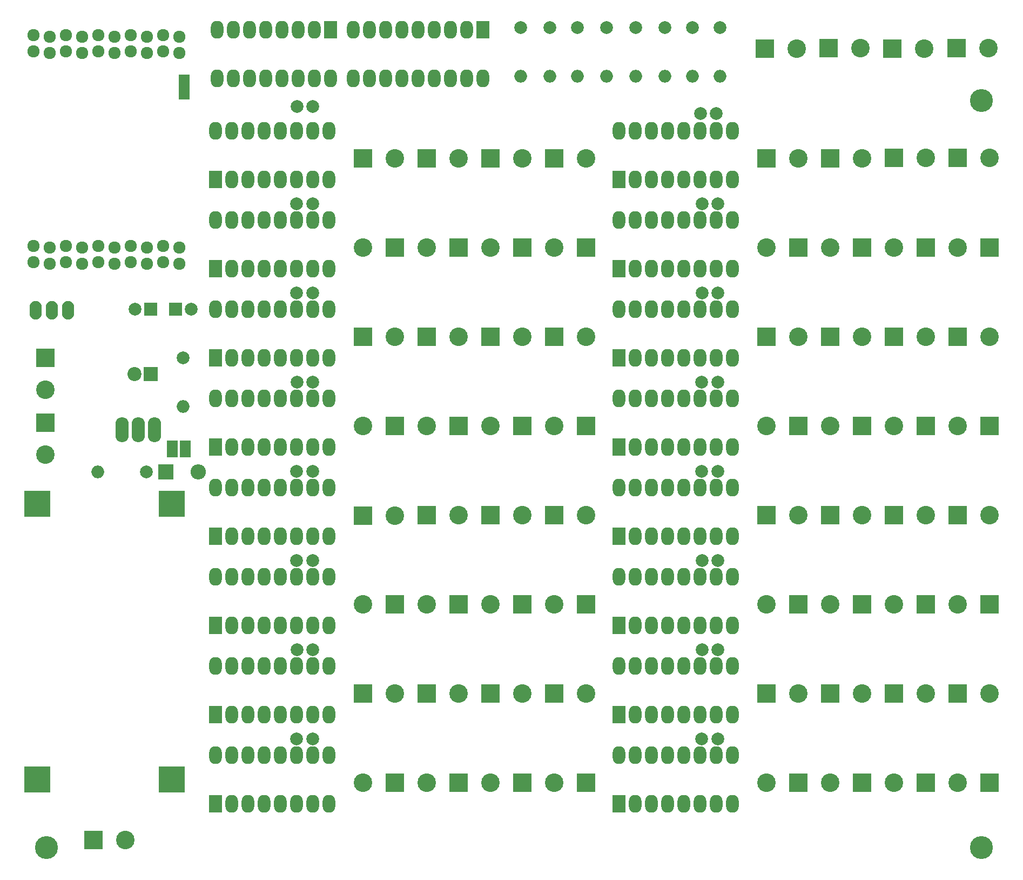
<source format=gts>
G04 #@! TF.GenerationSoftware,KiCad,Pcbnew,no-vcs-found-08c4a0b~58~ubuntu16.04.1*
G04 #@! TF.CreationDate,2017-08-29T22:18:21+03:00*
G04 #@! TF.ProjectId,ND-03,4E442D30332E6B696361645F70636200,1*
G04 #@! TF.SameCoordinates,Original
G04 #@! TF.FileFunction,Soldermask,Top*
G04 #@! TF.FilePolarity,Negative*
%FSLAX46Y46*%
G04 Gerber Fmt 4.6, Leading zero omitted, Abs format (unit mm)*
G04 Created by KiCad (PCBNEW no-vcs-found-08c4a0b~58~ubuntu16.04.1) date Tue Aug 29 22:18:21 2017*
%MOMM*%
%LPD*%
G01*
G04 APERTURE LIST*
%ADD10C,3.600000*%
%ADD11C,2.000000*%
%ADD12O,2.000000X2.000000*%
%ADD13R,1.670000X1.370000*%
%ADD14R,2.400000X2.400000*%
%ADD15O,2.400000X2.400000*%
%ADD16O,2.099260X3.900120*%
%ADD17R,2.900000X2.900000*%
%ADD18C,2.900000*%
%ADD19O,2.000000X2.800000*%
%ADD20R,2.000000X2.800000*%
%ADD21O,1.901140X2.899360*%
%ADD22R,2.000000X2.000000*%
%ADD23R,2.200000X2.200000*%
%ADD24C,2.200000*%
%ADD25C,1.924000*%
%ADD26R,4.083000X4.083000*%
G04 APERTURE END LIST*
D10*
X169000000Y-45000000D03*
X169000000Y-162000000D03*
X22500000Y-162000000D03*
D11*
X38100000Y-103124000D03*
D12*
X30480000Y-103124000D03*
D13*
X44196000Y-100208000D03*
X44196000Y-98928000D03*
X42164000Y-98928000D03*
X42164000Y-100208000D03*
D14*
X41148000Y-103124000D03*
D15*
X46228000Y-103124000D03*
D16*
X36830000Y-96520000D03*
X34290000Y-96520000D03*
X39370000Y-96520000D03*
D12*
X96774000Y-41148000D03*
D11*
X96774000Y-33528000D03*
X101346000Y-33528000D03*
D12*
X101346000Y-41148000D03*
X105664000Y-41148000D03*
D11*
X105664000Y-33528000D03*
X110236000Y-33528000D03*
D12*
X110236000Y-41148000D03*
X114808000Y-41148000D03*
D11*
X114808000Y-33528000D03*
X119380000Y-33528000D03*
D12*
X119380000Y-41148000D03*
X123698000Y-41148000D03*
D11*
X123698000Y-33528000D03*
X128016000Y-33528000D03*
D12*
X128016000Y-41148000D03*
D17*
X72047000Y-109982000D03*
D18*
X77047000Y-109982000D03*
D19*
X112226000Y-63740000D03*
X130006000Y-71360000D03*
X114766000Y-63740000D03*
X127466000Y-71360000D03*
X117306000Y-63740000D03*
X124926000Y-71360000D03*
X119846000Y-63740000D03*
X122386000Y-71360000D03*
X122386000Y-63740000D03*
X119846000Y-71360000D03*
X124926000Y-63740000D03*
X117306000Y-71360000D03*
X127466000Y-63740000D03*
X114766000Y-71360000D03*
X130006000Y-63740000D03*
D20*
X112226000Y-71360000D03*
D13*
X44027000Y-41642000D03*
X44027000Y-42912000D03*
X44027000Y-44182000D03*
D21*
X23326000Y-77837000D03*
X25866000Y-77837000D03*
X20786000Y-77837000D03*
D19*
X112226000Y-147560000D03*
X130006000Y-155180000D03*
X114766000Y-147560000D03*
X127466000Y-155180000D03*
X117306000Y-147560000D03*
X124926000Y-155180000D03*
X119846000Y-147560000D03*
X122386000Y-155180000D03*
X122386000Y-147560000D03*
X119846000Y-155180000D03*
X124926000Y-147560000D03*
X117306000Y-155180000D03*
X127466000Y-147560000D03*
X114766000Y-155180000D03*
X130006000Y-147560000D03*
D20*
X112226000Y-155180000D03*
X48980000Y-155180000D03*
D19*
X66760000Y-147560000D03*
X51520000Y-155180000D03*
X64220000Y-147560000D03*
X54060000Y-155180000D03*
X61680000Y-147560000D03*
X56600000Y-155180000D03*
X59140000Y-147560000D03*
X59140000Y-155180000D03*
X56600000Y-147560000D03*
X61680000Y-155180000D03*
X54060000Y-147560000D03*
X64220000Y-155180000D03*
X51520000Y-147560000D03*
X66760000Y-155180000D03*
X48980000Y-147560000D03*
X48980000Y-119620000D03*
X66760000Y-127240000D03*
X51520000Y-119620000D03*
X64220000Y-127240000D03*
X54060000Y-119620000D03*
X61680000Y-127240000D03*
X56600000Y-119620000D03*
X59140000Y-127240000D03*
X59140000Y-119620000D03*
X56600000Y-127240000D03*
X61680000Y-119620000D03*
X54060000Y-127240000D03*
X64220000Y-119620000D03*
X51520000Y-127240000D03*
X66760000Y-119620000D03*
D20*
X48980000Y-127240000D03*
X112226000Y-57390000D03*
D19*
X130006000Y-49770000D03*
X114766000Y-57390000D03*
X127466000Y-49770000D03*
X117306000Y-57390000D03*
X124926000Y-49770000D03*
X119846000Y-57390000D03*
X122386000Y-49770000D03*
X122386000Y-57390000D03*
X119846000Y-49770000D03*
X124926000Y-57390000D03*
X117306000Y-49770000D03*
X127466000Y-57390000D03*
X114766000Y-49770000D03*
X130006000Y-57390000D03*
X112226000Y-49770000D03*
X112226000Y-119620000D03*
X130006000Y-127240000D03*
X114766000Y-119620000D03*
X127466000Y-127240000D03*
X117306000Y-119620000D03*
X124926000Y-127240000D03*
X119846000Y-119620000D03*
X122386000Y-127240000D03*
X122386000Y-119620000D03*
X119846000Y-127240000D03*
X124926000Y-119620000D03*
X117306000Y-127240000D03*
X127466000Y-119620000D03*
X114766000Y-127240000D03*
X130006000Y-119620000D03*
D20*
X112226000Y-127240000D03*
X112226000Y-113270000D03*
D19*
X130006000Y-105650000D03*
X114766000Y-113270000D03*
X127466000Y-105650000D03*
X117306000Y-113270000D03*
X124926000Y-105650000D03*
X119846000Y-113270000D03*
X122386000Y-105650000D03*
X122386000Y-113270000D03*
X119846000Y-105650000D03*
X124926000Y-113270000D03*
X117306000Y-105650000D03*
X127466000Y-113270000D03*
X114766000Y-105650000D03*
X130006000Y-113270000D03*
X112226000Y-105650000D03*
X48980000Y-49770000D03*
X66760000Y-57390000D03*
X51520000Y-49770000D03*
X64220000Y-57390000D03*
X54060000Y-49770000D03*
X61680000Y-57390000D03*
X56600000Y-49770000D03*
X59140000Y-57390000D03*
X59140000Y-49770000D03*
X56600000Y-57390000D03*
X61680000Y-49770000D03*
X54060000Y-57390000D03*
X64220000Y-49770000D03*
X51520000Y-57390000D03*
X66760000Y-49770000D03*
D20*
X48980000Y-57390000D03*
X48980000Y-113270000D03*
D19*
X66760000Y-105650000D03*
X51520000Y-113270000D03*
X64220000Y-105650000D03*
X54060000Y-113270000D03*
X61680000Y-105650000D03*
X56600000Y-113270000D03*
X59140000Y-105650000D03*
X59140000Y-113270000D03*
X56600000Y-105650000D03*
X61680000Y-113270000D03*
X54060000Y-105650000D03*
X64220000Y-113270000D03*
X51520000Y-105650000D03*
X66760000Y-113270000D03*
X48980000Y-105650000D03*
D20*
X48980000Y-71360000D03*
D19*
X66760000Y-63740000D03*
X51520000Y-71360000D03*
X64220000Y-63740000D03*
X54060000Y-71360000D03*
X61680000Y-63740000D03*
X56600000Y-71360000D03*
X59140000Y-63740000D03*
X59140000Y-71360000D03*
X56600000Y-63740000D03*
X61680000Y-71360000D03*
X54060000Y-63740000D03*
X64220000Y-71360000D03*
X51520000Y-63740000D03*
X66760000Y-71360000D03*
X48980000Y-63740000D03*
X48980000Y-77710000D03*
X66760000Y-85330000D03*
X51520000Y-77710000D03*
X64220000Y-85330000D03*
X54060000Y-77710000D03*
X61680000Y-85330000D03*
X56600000Y-77710000D03*
X59140000Y-85330000D03*
X59140000Y-77710000D03*
X56600000Y-85330000D03*
X61680000Y-77710000D03*
X54060000Y-85330000D03*
X64220000Y-77710000D03*
X51520000Y-85330000D03*
X66760000Y-77710000D03*
D20*
X48980000Y-85330000D03*
X112226000Y-85330000D03*
D19*
X130006000Y-77710000D03*
X114766000Y-85330000D03*
X127466000Y-77710000D03*
X117306000Y-85330000D03*
X124926000Y-77710000D03*
X119846000Y-85330000D03*
X122386000Y-77710000D03*
X122386000Y-85330000D03*
X119846000Y-77710000D03*
X124926000Y-85330000D03*
X117306000Y-77710000D03*
X127466000Y-85330000D03*
X114766000Y-77710000D03*
X130006000Y-85330000D03*
X112226000Y-77710000D03*
X112226000Y-91680000D03*
X130006000Y-99300000D03*
X114766000Y-91680000D03*
X127466000Y-99300000D03*
X117306000Y-91680000D03*
X124926000Y-99300000D03*
X119846000Y-91680000D03*
X122386000Y-99300000D03*
X122386000Y-91680000D03*
X119846000Y-99300000D03*
X124926000Y-91680000D03*
X117306000Y-99300000D03*
X127466000Y-91680000D03*
X114766000Y-99300000D03*
X130006000Y-91680000D03*
D20*
X112226000Y-99300000D03*
X48980000Y-141210000D03*
D19*
X66760000Y-133590000D03*
X51520000Y-141210000D03*
X64220000Y-133590000D03*
X54060000Y-141210000D03*
X61680000Y-133590000D03*
X56600000Y-141210000D03*
X59140000Y-133590000D03*
X59140000Y-141210000D03*
X56600000Y-133590000D03*
X61680000Y-141210000D03*
X54060000Y-133590000D03*
X64220000Y-141210000D03*
X51520000Y-133590000D03*
X66760000Y-141210000D03*
X48980000Y-133590000D03*
X112226000Y-133590000D03*
X130006000Y-141210000D03*
X114766000Y-133590000D03*
X127466000Y-141210000D03*
X117306000Y-133590000D03*
X124926000Y-141210000D03*
X119846000Y-133590000D03*
X122386000Y-141210000D03*
X122386000Y-133590000D03*
X119846000Y-141210000D03*
X124926000Y-133590000D03*
X117306000Y-141210000D03*
X127466000Y-133590000D03*
X114766000Y-141210000D03*
X130006000Y-133590000D03*
D20*
X112226000Y-141210000D03*
X48980000Y-99300000D03*
D19*
X66760000Y-91680000D03*
X51520000Y-99300000D03*
X64220000Y-91680000D03*
X54060000Y-99300000D03*
X61680000Y-91680000D03*
X56600000Y-99300000D03*
X59140000Y-91680000D03*
X59140000Y-99300000D03*
X56600000Y-91680000D03*
X61680000Y-99300000D03*
X54060000Y-91680000D03*
X64220000Y-99300000D03*
X51520000Y-91680000D03*
X66760000Y-99300000D03*
X48980000Y-91680000D03*
D20*
X90890000Y-33895000D03*
D19*
X70570000Y-41515000D03*
X88350000Y-33895000D03*
X73110000Y-41515000D03*
X85810000Y-33895000D03*
X75650000Y-41515000D03*
X83270000Y-33895000D03*
X78190000Y-41515000D03*
X80730000Y-33895000D03*
X80730000Y-41515000D03*
X78190000Y-33895000D03*
X83270000Y-41515000D03*
X75650000Y-33895000D03*
X85810000Y-41515000D03*
X73110000Y-33895000D03*
X88350000Y-41515000D03*
X70570000Y-33895000D03*
X90890000Y-41515000D03*
D11*
X45170000Y-77710000D03*
D22*
X42670000Y-77710000D03*
X38820000Y-77710000D03*
D11*
X36320000Y-77710000D03*
X61720000Y-89140000D03*
X64220000Y-89140000D03*
X127680000Y-103110000D03*
X125180000Y-103110000D03*
X125180000Y-89140000D03*
X127680000Y-89140000D03*
X64180000Y-117080000D03*
X61680000Y-117080000D03*
X125180000Y-145020000D03*
X127680000Y-145020000D03*
X127720000Y-131050000D03*
X125220000Y-131050000D03*
X61680000Y-145020000D03*
X64180000Y-145020000D03*
X64220000Y-131050000D03*
X61720000Y-131050000D03*
X61680000Y-61200000D03*
X64180000Y-61200000D03*
X64180000Y-75170000D03*
X61680000Y-75170000D03*
X125220000Y-61200000D03*
X127720000Y-61200000D03*
X127720000Y-75170000D03*
X125220000Y-75170000D03*
X125220000Y-117080000D03*
X127720000Y-117080000D03*
X64180000Y-103110000D03*
X61680000Y-103110000D03*
X124968000Y-46990000D03*
X127468000Y-46990000D03*
X64220000Y-45960000D03*
X61720000Y-45960000D03*
D17*
X155293000Y-109968000D03*
D18*
X160293000Y-109968000D03*
X150086000Y-36816000D03*
D17*
X145086000Y-36816000D03*
X165086000Y-36816000D03*
D18*
X170086000Y-36816000D03*
X160086000Y-36830000D03*
D17*
X155086000Y-36830000D03*
X77047000Y-123938000D03*
D18*
X72047000Y-123938000D03*
X82047000Y-123938000D03*
D17*
X87047000Y-123938000D03*
X97047000Y-123938000D03*
D18*
X92047000Y-123938000D03*
X102047000Y-123938000D03*
D17*
X107047000Y-123938000D03*
X135293000Y-109968000D03*
D18*
X140293000Y-109968000D03*
X107047000Y-109968000D03*
D17*
X102047000Y-109968000D03*
X92047000Y-109968000D03*
D18*
X97047000Y-109968000D03*
X87047000Y-109968000D03*
D17*
X82047000Y-109968000D03*
D18*
X135293000Y-123938000D03*
D17*
X140293000Y-123938000D03*
X87047000Y-68058000D03*
D18*
X82047000Y-68058000D03*
X150293000Y-109968000D03*
D17*
X145293000Y-109968000D03*
X135086000Y-36830000D03*
D18*
X140086000Y-36830000D03*
X145293000Y-123938000D03*
D17*
X150293000Y-123938000D03*
X160293000Y-123938000D03*
D18*
X155293000Y-123938000D03*
X165293000Y-123938000D03*
D17*
X170293000Y-123938000D03*
X77047000Y-151878000D03*
D18*
X72047000Y-151878000D03*
X82047000Y-151878000D03*
D17*
X87047000Y-151878000D03*
X97047000Y-151878000D03*
D18*
X92047000Y-151878000D03*
X102047000Y-151878000D03*
D17*
X107047000Y-151878000D03*
X145293000Y-137908000D03*
D18*
X150293000Y-137908000D03*
X135293000Y-68058000D03*
D17*
X140293000Y-68058000D03*
X102047000Y-137908000D03*
D18*
X107047000Y-137908000D03*
X97047000Y-137908000D03*
D17*
X92047000Y-137908000D03*
X82047000Y-137908000D03*
D18*
X87047000Y-137908000D03*
X77047000Y-137908000D03*
D17*
X72047000Y-137908000D03*
X140293000Y-151878000D03*
D18*
X135293000Y-151878000D03*
X170293000Y-137908000D03*
D17*
X165293000Y-137908000D03*
X150293000Y-151878000D03*
D18*
X145293000Y-151878000D03*
X160293000Y-137908000D03*
D17*
X155293000Y-137908000D03*
X135293000Y-137908000D03*
D18*
X140293000Y-137908000D03*
X165293000Y-151878000D03*
D17*
X170293000Y-151878000D03*
X77047000Y-95998000D03*
D18*
X72047000Y-95998000D03*
X82047000Y-95998000D03*
D17*
X87047000Y-95998000D03*
X97047000Y-95998000D03*
D18*
X92047000Y-95998000D03*
X102047000Y-95998000D03*
D17*
X107047000Y-95998000D03*
X145293000Y-82028000D03*
D18*
X150293000Y-82028000D03*
X140293000Y-82028000D03*
D17*
X135293000Y-82028000D03*
X102047000Y-82028000D03*
D18*
X107047000Y-82028000D03*
X165293000Y-95998000D03*
D17*
X170293000Y-95998000D03*
X82047000Y-82028000D03*
D18*
X87047000Y-82028000D03*
X77047000Y-82028000D03*
D17*
X72047000Y-82028000D03*
X140293000Y-95998000D03*
D18*
X135293000Y-95998000D03*
X170293000Y-82028000D03*
D17*
X165293000Y-82028000D03*
X155293000Y-82028000D03*
D18*
X160293000Y-82028000D03*
X145293000Y-95998000D03*
D17*
X150293000Y-95998000D03*
X160293000Y-95998000D03*
D18*
X155293000Y-95998000D03*
X72047000Y-68058000D03*
D17*
X77047000Y-68058000D03*
X92047000Y-82028000D03*
D18*
X97047000Y-82028000D03*
X92047000Y-68058000D03*
D17*
X97047000Y-68058000D03*
X165293000Y-109968000D03*
D18*
X170293000Y-109968000D03*
X102047000Y-68058000D03*
D17*
X107047000Y-68058000D03*
X145293000Y-54088000D03*
D18*
X150293000Y-54088000D03*
X140293000Y-54088000D03*
D17*
X135293000Y-54088000D03*
X102047000Y-54088000D03*
D18*
X107047000Y-54088000D03*
X97047000Y-54088000D03*
D17*
X92047000Y-54088000D03*
X82047000Y-54088000D03*
D18*
X87047000Y-54088000D03*
X77047000Y-54088000D03*
D17*
X72047000Y-54088000D03*
X22310000Y-95490000D03*
D18*
X22310000Y-100490000D03*
X34798000Y-160782000D03*
D17*
X29798000Y-160782000D03*
X170293000Y-68058000D03*
D18*
X165293000Y-68058000D03*
X155293000Y-68058000D03*
D17*
X160293000Y-68058000D03*
X150293000Y-68058000D03*
D18*
X145293000Y-68058000D03*
X160293000Y-54000000D03*
D17*
X155293000Y-54000000D03*
X165293000Y-54000000D03*
D18*
X170293000Y-54000000D03*
X22310000Y-90330000D03*
D17*
X22310000Y-85330000D03*
X160293000Y-151878000D03*
D18*
X155293000Y-151878000D03*
D20*
X67014000Y-33895000D03*
D19*
X49234000Y-41515000D03*
X64474000Y-33895000D03*
X51774000Y-41515000D03*
X61934000Y-33895000D03*
X54314000Y-41515000D03*
X59394000Y-33895000D03*
X56854000Y-41515000D03*
X56854000Y-33895000D03*
X59394000Y-41515000D03*
X54314000Y-33895000D03*
X61934000Y-41515000D03*
X51774000Y-33895000D03*
X64474000Y-41515000D03*
X49234000Y-33895000D03*
X67014000Y-41515000D03*
D23*
X38820000Y-87870000D03*
D24*
X36280000Y-87870000D03*
D11*
X43900000Y-85330000D03*
D12*
X43900000Y-92950000D03*
D25*
X20405000Y-70344000D03*
X20405000Y-67804000D03*
X22945000Y-70598000D03*
X22945000Y-68058000D03*
X25485000Y-70344000D03*
X25485000Y-67804000D03*
X28025000Y-70598000D03*
X28025000Y-68058000D03*
X30565000Y-70344000D03*
X30565000Y-67804000D03*
X33105000Y-70598000D03*
X33105000Y-68058000D03*
X35645000Y-70344000D03*
X35645000Y-67804000D03*
X38185000Y-70598000D03*
X38185000Y-68058000D03*
X40725000Y-70344000D03*
X40725000Y-67804000D03*
X43265000Y-70598000D03*
X43265000Y-68058000D03*
X20405000Y-34784000D03*
X20405000Y-37324000D03*
X22945000Y-35038000D03*
X22945000Y-37578000D03*
X25485000Y-34784000D03*
X25485000Y-37324000D03*
X28025000Y-35038000D03*
X28025000Y-37578000D03*
X30565000Y-34784000D03*
X30565000Y-37324000D03*
X33105000Y-35038000D03*
X33105000Y-37578000D03*
X35645000Y-34784000D03*
X35645000Y-37324000D03*
X38185000Y-35038000D03*
X38185000Y-37578000D03*
X40725000Y-34784000D03*
X40725000Y-37324000D03*
X43265000Y-35038000D03*
X43265000Y-37578000D03*
D26*
X42122000Y-151370000D03*
X21040000Y-151370000D03*
X21040000Y-108190000D03*
X42122000Y-108190000D03*
M02*

</source>
